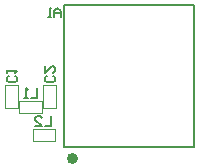
<source format=gbo>
G04*
G04 #@! TF.GenerationSoftware,Altium Limited,Altium Designer,19.1.5 (86)*
G04*
G04 Layer_Color=32896*
%FSAX25Y25*%
%MOIN*%
G70*
G01*
G75*
%ADD10C,0.00787*%
%ADD20C,0.01968*%
%ADD24C,0.00394*%
%ADD25C,0.00591*%
D10*
X0461142Y0290689D02*
X0504449D01*
X0461142D02*
Y0337933D01*
X0504449Y0290689D02*
Y0337933D01*
X0461142D02*
X0504449D01*
D20*
X0464778Y0286752D02*
G03*
X0464778Y0286752I-0000880J0000000D01*
G01*
D24*
X0450709Y0292461D02*
Y0296398D01*
X0458189D01*
Y0292461D02*
Y0296398D01*
X0450709Y0292461D02*
X0458189D01*
X0446181Y0301909D02*
Y0305847D01*
X0453661D01*
Y0301909D02*
Y0305847D01*
X0446181Y0301909D02*
X0453661D01*
X0454153Y0303386D02*
Y0311063D01*
Y0303386D02*
X0458287D01*
Y0311063D01*
X0454153D02*
X0458287D01*
X0441555Y0303386D02*
Y0311063D01*
Y0303386D02*
X0445689D01*
Y0311063D01*
X0441555D02*
X0445689D01*
D25*
X0456811Y0300727D02*
Y0297579D01*
X0454712D01*
X0451563D02*
X0453662D01*
X0451563Y0299678D01*
Y0300203D01*
X0452088Y0300727D01*
X0453138D01*
X0453662Y0300203D01*
X0452087Y0310176D02*
Y0307028D01*
X0449988D01*
X0448938D02*
X0447889D01*
X0448413D01*
Y0310176D01*
X0448938Y0309651D01*
X0457466Y0314245D02*
X0457991Y0313720D01*
Y0312670D01*
X0457466Y0312146D01*
X0455367D01*
X0454843Y0312670D01*
Y0313720D01*
X0455367Y0314245D01*
X0454843Y0317393D02*
Y0315294D01*
X0456942Y0317393D01*
X0457466D01*
X0457991Y0316869D01*
Y0315819D01*
X0457466Y0315294D01*
X0444868Y0314245D02*
X0445393Y0313720D01*
Y0312670D01*
X0444868Y0312146D01*
X0442769D01*
X0442244Y0312670D01*
Y0313720D01*
X0442769Y0314245D01*
X0442244Y0315294D02*
Y0316344D01*
Y0315819D01*
X0445393D01*
X0444868Y0315294D01*
X0459961Y0333799D02*
Y0335898D01*
X0458911Y0336948D01*
X0457862Y0335898D01*
Y0333799D01*
Y0335373D01*
X0459961D01*
X0456812Y0333799D02*
X0455762D01*
X0456287D01*
Y0336948D01*
X0456812Y0336423D01*
M02*

</source>
